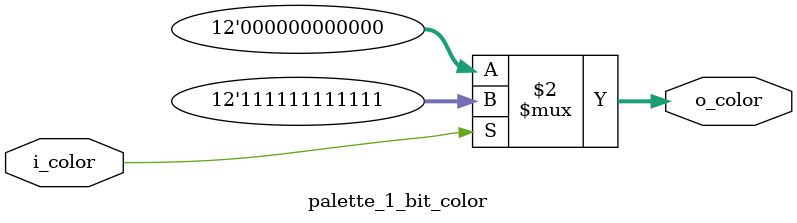
<source format=v>
module palette_1_bit_color
	(
		output wire [11:0] o_color,
		input wire i_color
	);

	// body
	assign o_color = (i_color == 1'b1) ? 12'hfff : 12'h000;
endmodule

</source>
